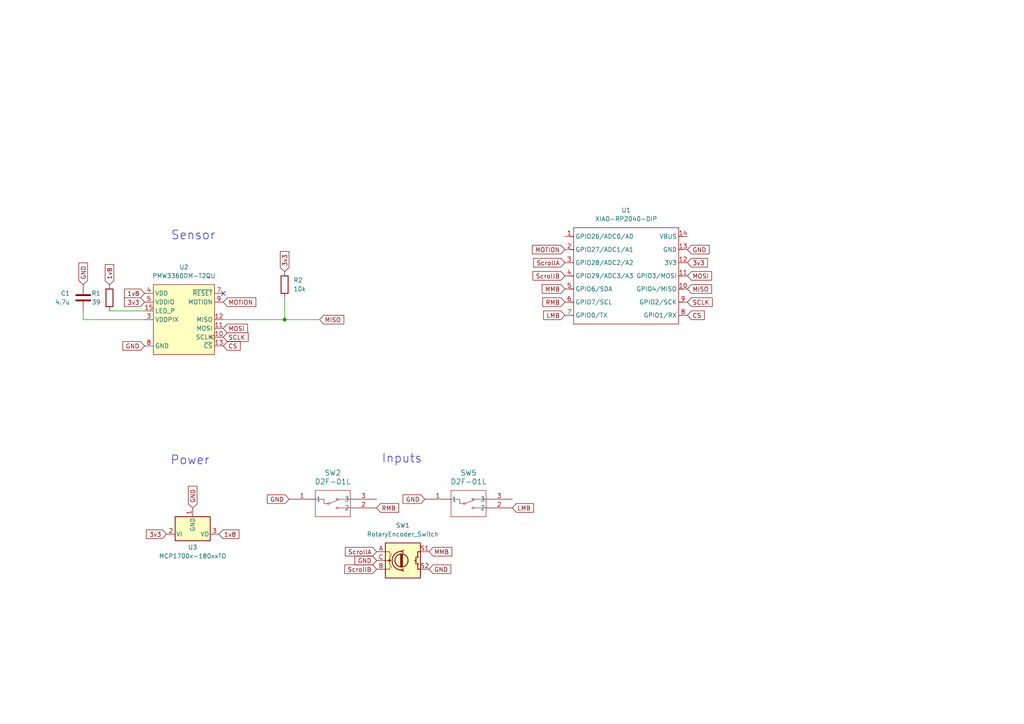
<source format=kicad_sch>
(kicad_sch
	(version 20231120)
	(generator "eeschema")
	(generator_version "8.0")
	(uuid "ea72baeb-72c6-479c-bdb6-2ac48fd0a579")
	(paper "A4")
	(lib_symbols
		(symbol "2025-03-01_06-50-03:D2F-01L"
			(pin_names
				(offset 0.254)
			)
			(exclude_from_sim no)
			(in_bom yes)
			(on_board yes)
			(property "Reference" "SW"
				(at 12.7 7.62 0)
				(effects
					(font
						(size 1.524 1.524)
					)
				)
			)
			(property "Value" "D2F-01L"
				(at 12.7 5.08 0)
				(effects
					(font
						(size 1.524 1.524)
					)
				)
			)
			(property "Footprint" "D2F-01L_OMR"
				(at 0 0 0)
				(effects
					(font
						(size 1.27 1.27)
						(italic yes)
					)
					(hide yes)
				)
			)
			(property "Datasheet" "D2F-01L"
				(at 0 0 0)
				(effects
					(font
						(size 1.27 1.27)
						(italic yes)
					)
					(hide yes)
				)
			)
			(property "Description" ""
				(at 0 0 0)
				(effects
					(font
						(size 1.27 1.27)
					)
					(hide yes)
				)
			)
			(property "ki_locked" ""
				(at 0 0 0)
				(effects
					(font
						(size 1.27 1.27)
					)
				)
			)
			(property "ki_keywords" "D2F-01L"
				(at 0 0 0)
				(effects
					(font
						(size 1.27 1.27)
					)
					(hide yes)
				)
			)
			(property "ki_fp_filters" "D2F-01L_OMR"
				(at 0 0 0)
				(effects
					(font
						(size 1.27 1.27)
					)
					(hide yes)
				)
			)
			(symbol "D2F-01L_0_1"
				(polyline
					(pts
						(xy 7.62 -5.08) (xy 17.78 -5.08)
					)
					(stroke
						(width 0.127)
						(type default)
					)
					(fill
						(type none)
					)
				)
				(polyline
					(pts
						(xy 7.62 0) (xy 10.16 0)
					)
					(stroke
						(width 0.127)
						(type default)
					)
					(fill
						(type none)
					)
				)
				(polyline
					(pts
						(xy 7.62 2.54) (xy 7.62 -5.08)
					)
					(stroke
						(width 0.127)
						(type default)
					)
					(fill
						(type none)
					)
				)
				(polyline
					(pts
						(xy 10.16 0) (xy 10.16 -1.27)
					)
					(stroke
						(width 0.127)
						(type default)
					)
					(fill
						(type none)
					)
				)
				(polyline
					(pts
						(xy 11.176 -1.27) (xy 10.16 -1.27)
					)
					(stroke
						(width 0.127)
						(type default)
					)
					(fill
						(type none)
					)
				)
				(polyline
					(pts
						(xy 11.684 -1.27) (xy 14.224 -0.254)
					)
					(stroke
						(width 0.127)
						(type default)
					)
					(fill
						(type none)
					)
				)
				(polyline
					(pts
						(xy 17.78 -5.08) (xy 17.78 2.54)
					)
					(stroke
						(width 0.127)
						(type default)
					)
					(fill
						(type none)
					)
				)
				(polyline
					(pts
						(xy 17.78 -2.54) (xy 14.224 -2.54)
					)
					(stroke
						(width 0.127)
						(type default)
					)
					(fill
						(type none)
					)
				)
				(polyline
					(pts
						(xy 17.78 0) (xy 14.224 0)
					)
					(stroke
						(width 0.127)
						(type default)
					)
					(fill
						(type none)
					)
				)
				(polyline
					(pts
						(xy 17.78 2.54) (xy 7.62 2.54)
					)
					(stroke
						(width 0.127)
						(type default)
					)
					(fill
						(type none)
					)
				)
				(circle
					(center 11.43 -1.27)
					(radius 0.254)
					(stroke
						(width 0.127)
						(type default)
					)
					(fill
						(type none)
					)
				)
				(circle
					(center 13.97 -2.54)
					(radius 0.254)
					(stroke
						(width 0.127)
						(type default)
					)
					(fill
						(type none)
					)
				)
				(circle
					(center 13.97 0)
					(radius 0.254)
					(stroke
						(width 0.127)
						(type default)
					)
					(fill
						(type none)
					)
				)
				(pin unspecified line
					(at 0 0 0)
					(length 7.62)
					(name "1"
						(effects
							(font
								(size 1.27 1.27)
							)
						)
					)
					(number "1"
						(effects
							(font
								(size 1.27 1.27)
							)
						)
					)
				)
				(pin unspecified line
					(at 25.4 -2.54 180)
					(length 7.62)
					(name "2"
						(effects
							(font
								(size 1.27 1.27)
							)
						)
					)
					(number "2"
						(effects
							(font
								(size 1.27 1.27)
							)
						)
					)
				)
				(pin unspecified line
					(at 25.4 0 180)
					(length 7.62)
					(name "3"
						(effects
							(font
								(size 1.27 1.27)
							)
						)
					)
					(number "3"
						(effects
							(font
								(size 1.27 1.27)
							)
						)
					)
				)
			)
		)
		(symbol "Device:C"
			(pin_numbers hide)
			(pin_names
				(offset 0.254)
			)
			(exclude_from_sim no)
			(in_bom yes)
			(on_board yes)
			(property "Reference" "C"
				(at 0.635 2.54 0)
				(effects
					(font
						(size 1.27 1.27)
					)
					(justify left)
				)
			)
			(property "Value" "C"
				(at 0.635 -2.54 0)
				(effects
					(font
						(size 1.27 1.27)
					)
					(justify left)
				)
			)
			(property "Footprint" ""
				(at 0.9652 -3.81 0)
				(effects
					(font
						(size 1.27 1.27)
					)
					(hide yes)
				)
			)
			(property "Datasheet" "~"
				(at 0 0 0)
				(effects
					(font
						(size 1.27 1.27)
					)
					(hide yes)
				)
			)
			(property "Description" "Unpolarized capacitor"
				(at 0 0 0)
				(effects
					(font
						(size 1.27 1.27)
					)
					(hide yes)
				)
			)
			(property "ki_keywords" "cap capacitor"
				(at 0 0 0)
				(effects
					(font
						(size 1.27 1.27)
					)
					(hide yes)
				)
			)
			(property "ki_fp_filters" "C_*"
				(at 0 0 0)
				(effects
					(font
						(size 1.27 1.27)
					)
					(hide yes)
				)
			)
			(symbol "C_0_1"
				(polyline
					(pts
						(xy -2.032 -0.762) (xy 2.032 -0.762)
					)
					(stroke
						(width 0.508)
						(type default)
					)
					(fill
						(type none)
					)
				)
				(polyline
					(pts
						(xy -2.032 0.762) (xy 2.032 0.762)
					)
					(stroke
						(width 0.508)
						(type default)
					)
					(fill
						(type none)
					)
				)
			)
			(symbol "C_1_1"
				(pin passive line
					(at 0 3.81 270)
					(length 2.794)
					(name "~"
						(effects
							(font
								(size 1.27 1.27)
							)
						)
					)
					(number "1"
						(effects
							(font
								(size 1.27 1.27)
							)
						)
					)
				)
				(pin passive line
					(at 0 -3.81 90)
					(length 2.794)
					(name "~"
						(effects
							(font
								(size 1.27 1.27)
							)
						)
					)
					(number "2"
						(effects
							(font
								(size 1.27 1.27)
							)
						)
					)
				)
			)
		)
		(symbol "Device:R"
			(pin_numbers hide)
			(pin_names
				(offset 0)
			)
			(exclude_from_sim no)
			(in_bom yes)
			(on_board yes)
			(property "Reference" "R"
				(at 2.032 0 90)
				(effects
					(font
						(size 1.27 1.27)
					)
				)
			)
			(property "Value" "R"
				(at 0 0 90)
				(effects
					(font
						(size 1.27 1.27)
					)
				)
			)
			(property "Footprint" ""
				(at -1.778 0 90)
				(effects
					(font
						(size 1.27 1.27)
					)
					(hide yes)
				)
			)
			(property "Datasheet" "~"
				(at 0 0 0)
				(effects
					(font
						(size 1.27 1.27)
					)
					(hide yes)
				)
			)
			(property "Description" "Resistor"
				(at 0 0 0)
				(effects
					(font
						(size 1.27 1.27)
					)
					(hide yes)
				)
			)
			(property "ki_keywords" "R res resistor"
				(at 0 0 0)
				(effects
					(font
						(size 1.27 1.27)
					)
					(hide yes)
				)
			)
			(property "ki_fp_filters" "R_*"
				(at 0 0 0)
				(effects
					(font
						(size 1.27 1.27)
					)
					(hide yes)
				)
			)
			(symbol "R_0_1"
				(rectangle
					(start -1.016 -2.54)
					(end 1.016 2.54)
					(stroke
						(width 0.254)
						(type default)
					)
					(fill
						(type none)
					)
				)
			)
			(symbol "R_1_1"
				(pin passive line
					(at 0 3.81 270)
					(length 1.27)
					(name "~"
						(effects
							(font
								(size 1.27 1.27)
							)
						)
					)
					(number "1"
						(effects
							(font
								(size 1.27 1.27)
							)
						)
					)
				)
				(pin passive line
					(at 0 -3.81 90)
					(length 1.27)
					(name "~"
						(effects
							(font
								(size 1.27 1.27)
							)
						)
					)
					(number "2"
						(effects
							(font
								(size 1.27 1.27)
							)
						)
					)
				)
			)
		)
		(symbol "Device:RotaryEncoder_Switch"
			(pin_names
				(offset 0.254) hide)
			(exclude_from_sim no)
			(in_bom yes)
			(on_board yes)
			(property "Reference" "SW"
				(at 0 6.604 0)
				(effects
					(font
						(size 1.27 1.27)
					)
				)
			)
			(property "Value" "RotaryEncoder_Switch"
				(at 0 -6.604 0)
				(effects
					(font
						(size 1.27 1.27)
					)
				)
			)
			(property "Footprint" ""
				(at -3.81 4.064 0)
				(effects
					(font
						(size 1.27 1.27)
					)
					(hide yes)
				)
			)
			(property "Datasheet" "~"
				(at 0 6.604 0)
				(effects
					(font
						(size 1.27 1.27)
					)
					(hide yes)
				)
			)
			(property "Description" "Rotary encoder, dual channel, incremental quadrate outputs, with switch"
				(at 0 0 0)
				(effects
					(font
						(size 1.27 1.27)
					)
					(hide yes)
				)
			)
			(property "ki_keywords" "rotary switch encoder switch push button"
				(at 0 0 0)
				(effects
					(font
						(size 1.27 1.27)
					)
					(hide yes)
				)
			)
			(property "ki_fp_filters" "RotaryEncoder*Switch*"
				(at 0 0 0)
				(effects
					(font
						(size 1.27 1.27)
					)
					(hide yes)
				)
			)
			(symbol "RotaryEncoder_Switch_0_1"
				(rectangle
					(start -5.08 5.08)
					(end 5.08 -5.08)
					(stroke
						(width 0.254)
						(type default)
					)
					(fill
						(type background)
					)
				)
				(circle
					(center -3.81 0)
					(radius 0.254)
					(stroke
						(width 0)
						(type default)
					)
					(fill
						(type outline)
					)
				)
				(circle
					(center -0.381 0)
					(radius 1.905)
					(stroke
						(width 0.254)
						(type default)
					)
					(fill
						(type none)
					)
				)
				(arc
					(start -0.381 2.667)
					(mid -3.0988 -0.0635)
					(end -0.381 -2.794)
					(stroke
						(width 0.254)
						(type default)
					)
					(fill
						(type none)
					)
				)
				(polyline
					(pts
						(xy -0.635 -1.778) (xy -0.635 1.778)
					)
					(stroke
						(width 0.254)
						(type default)
					)
					(fill
						(type none)
					)
				)
				(polyline
					(pts
						(xy -0.381 -1.778) (xy -0.381 1.778)
					)
					(stroke
						(width 0.254)
						(type default)
					)
					(fill
						(type none)
					)
				)
				(polyline
					(pts
						(xy -0.127 1.778) (xy -0.127 -1.778)
					)
					(stroke
						(width 0.254)
						(type default)
					)
					(fill
						(type none)
					)
				)
				(polyline
					(pts
						(xy 3.81 0) (xy 3.429 0)
					)
					(stroke
						(width 0.254)
						(type default)
					)
					(fill
						(type none)
					)
				)
				(polyline
					(pts
						(xy 3.81 1.016) (xy 3.81 -1.016)
					)
					(stroke
						(width 0.254)
						(type default)
					)
					(fill
						(type none)
					)
				)
				(polyline
					(pts
						(xy -5.08 -2.54) (xy -3.81 -2.54) (xy -3.81 -2.032)
					)
					(stroke
						(width 0)
						(type default)
					)
					(fill
						(type none)
					)
				)
				(polyline
					(pts
						(xy -5.08 2.54) (xy -3.81 2.54) (xy -3.81 2.032)
					)
					(stroke
						(width 0)
						(type default)
					)
					(fill
						(type none)
					)
				)
				(polyline
					(pts
						(xy 0.254 -3.048) (xy -0.508 -2.794) (xy 0.127 -2.413)
					)
					(stroke
						(width 0.254)
						(type default)
					)
					(fill
						(type none)
					)
				)
				(polyline
					(pts
						(xy 0.254 2.921) (xy -0.508 2.667) (xy 0.127 2.286)
					)
					(stroke
						(width 0.254)
						(type default)
					)
					(fill
						(type none)
					)
				)
				(polyline
					(pts
						(xy 5.08 -2.54) (xy 4.318 -2.54) (xy 4.318 -1.016)
					)
					(stroke
						(width 0.254)
						(type default)
					)
					(fill
						(type none)
					)
				)
				(polyline
					(pts
						(xy 5.08 2.54) (xy 4.318 2.54) (xy 4.318 1.016)
					)
					(stroke
						(width 0.254)
						(type default)
					)
					(fill
						(type none)
					)
				)
				(polyline
					(pts
						(xy -5.08 0) (xy -3.81 0) (xy -3.81 -1.016) (xy -3.302 -2.032)
					)
					(stroke
						(width 0)
						(type default)
					)
					(fill
						(type none)
					)
				)
				(polyline
					(pts
						(xy -4.318 0) (xy -3.81 0) (xy -3.81 1.016) (xy -3.302 2.032)
					)
					(stroke
						(width 0)
						(type default)
					)
					(fill
						(type none)
					)
				)
				(circle
					(center 4.318 -1.016)
					(radius 0.127)
					(stroke
						(width 0.254)
						(type default)
					)
					(fill
						(type none)
					)
				)
				(circle
					(center 4.318 1.016)
					(radius 0.127)
					(stroke
						(width 0.254)
						(type default)
					)
					(fill
						(type none)
					)
				)
			)
			(symbol "RotaryEncoder_Switch_1_1"
				(pin passive line
					(at -7.62 2.54 0)
					(length 2.54)
					(name "A"
						(effects
							(font
								(size 1.27 1.27)
							)
						)
					)
					(number "A"
						(effects
							(font
								(size 1.27 1.27)
							)
						)
					)
				)
				(pin passive line
					(at -7.62 -2.54 0)
					(length 2.54)
					(name "B"
						(effects
							(font
								(size 1.27 1.27)
							)
						)
					)
					(number "B"
						(effects
							(font
								(size 1.27 1.27)
							)
						)
					)
				)
				(pin passive line
					(at -7.62 0 0)
					(length 2.54)
					(name "C"
						(effects
							(font
								(size 1.27 1.27)
							)
						)
					)
					(number "C"
						(effects
							(font
								(size 1.27 1.27)
							)
						)
					)
				)
				(pin passive line
					(at 7.62 2.54 180)
					(length 2.54)
					(name "S1"
						(effects
							(font
								(size 1.27 1.27)
							)
						)
					)
					(number "S1"
						(effects
							(font
								(size 1.27 1.27)
							)
						)
					)
				)
				(pin passive line
					(at 7.62 -2.54 180)
					(length 2.54)
					(name "S2"
						(effects
							(font
								(size 1.27 1.27)
							)
						)
					)
					(number "S2"
						(effects
							(font
								(size 1.27 1.27)
							)
						)
					)
				)
			)
		)
		(symbol "Regulator_Linear:MCP1700x-180xxTO"
			(pin_names
				(offset 0.254)
			)
			(exclude_from_sim no)
			(in_bom yes)
			(on_board yes)
			(property "Reference" "U"
				(at -3.81 -3.175 0)
				(effects
					(font
						(size 1.27 1.27)
					)
				)
			)
			(property "Value" "MCP1700x-180xxTO"
				(at 0 -3.175 0)
				(effects
					(font
						(size 1.27 1.27)
					)
					(justify left)
				)
			)
			(property "Footprint" "Package_TO_SOT_THT:TO-92_Inline"
				(at 0 -5.08 0)
				(effects
					(font
						(size 1.27 1.27)
						(italic yes)
					)
					(hide yes)
				)
			)
			(property "Datasheet" "http://ww1.microchip.com/downloads/en/DeviceDoc/20001826D.pdf"
				(at 0 0 0)
				(effects
					(font
						(size 1.27 1.27)
					)
					(hide yes)
				)
			)
			(property "Description" "250mA Low Quiscent Current LDO, 1.8V output, TO-92"
				(at 0 0 0)
				(effects
					(font
						(size 1.27 1.27)
					)
					(hide yes)
				)
			)
			(property "ki_keywords" "regulator linear ldo"
				(at 0 0 0)
				(effects
					(font
						(size 1.27 1.27)
					)
					(hide yes)
				)
			)
			(property "ki_fp_filters" "TO?92*"
				(at 0 0 0)
				(effects
					(font
						(size 1.27 1.27)
					)
					(hide yes)
				)
			)
			(symbol "MCP1700x-180xxTO_0_1"
				(rectangle
					(start -5.08 5.08)
					(end 5.08 -1.905)
					(stroke
						(width 0.254)
						(type default)
					)
					(fill
						(type background)
					)
				)
			)
			(symbol "MCP1700x-180xxTO_1_1"
				(pin power_in line
					(at 0 7.62 270)
					(length 2.54)
					(name "GND"
						(effects
							(font
								(size 1.27 1.27)
							)
						)
					)
					(number "1"
						(effects
							(font
								(size 1.27 1.27)
							)
						)
					)
				)
				(pin power_in line
					(at -7.62 0 0)
					(length 2.54)
					(name "VI"
						(effects
							(font
								(size 1.27 1.27)
							)
						)
					)
					(number "2"
						(effects
							(font
								(size 1.27 1.27)
							)
						)
					)
				)
				(pin power_out line
					(at 7.62 0 180)
					(length 2.54)
					(name "VO"
						(effects
							(font
								(size 1.27 1.27)
							)
						)
					)
					(number "3"
						(effects
							(font
								(size 1.27 1.27)
							)
						)
					)
				)
			)
		)
		(symbol "Seeed_Studio_XIAO_Series:XIAO-RP2040-DIP"
			(exclude_from_sim no)
			(in_bom yes)
			(on_board yes)
			(property "Reference" "U"
				(at 0 0 0)
				(effects
					(font
						(size 1.27 1.27)
					)
				)
			)
			(property "Value" "XIAO-RP2040-DIP"
				(at 5.334 -1.778 0)
				(effects
					(font
						(size 1.27 1.27)
					)
				)
			)
			(property "Footprint" "Module:MOUDLE14P-XIAO-DIP-SMD"
				(at 14.478 -32.258 0)
				(effects
					(font
						(size 1.27 1.27)
					)
					(hide yes)
				)
			)
			(property "Datasheet" ""
				(at 0 0 0)
				(effects
					(font
						(size 1.27 1.27)
					)
					(hide yes)
				)
			)
			(property "Description" ""
				(at 0 0 0)
				(effects
					(font
						(size 1.27 1.27)
					)
					(hide yes)
				)
			)
			(symbol "XIAO-RP2040-DIP_1_0"
				(polyline
					(pts
						(xy -1.27 -30.48) (xy -1.27 -16.51)
					)
					(stroke
						(width 0.1524)
						(type solid)
					)
					(fill
						(type none)
					)
				)
				(polyline
					(pts
						(xy -1.27 -27.94) (xy -2.54 -27.94)
					)
					(stroke
						(width 0.1524)
						(type solid)
					)
					(fill
						(type none)
					)
				)
				(polyline
					(pts
						(xy -1.27 -24.13) (xy -2.54 -24.13)
					)
					(stroke
						(width 0.1524)
						(type solid)
					)
					(fill
						(type none)
					)
				)
				(polyline
					(pts
						(xy -1.27 -20.32) (xy -2.54 -20.32)
					)
					(stroke
						(width 0.1524)
						(type solid)
					)
					(fill
						(type none)
					)
				)
				(polyline
					(pts
						(xy -1.27 -16.51) (xy -2.54 -16.51)
					)
					(stroke
						(width 0.1524)
						(type solid)
					)
					(fill
						(type none)
					)
				)
				(polyline
					(pts
						(xy -1.27 -16.51) (xy -1.27 -12.7)
					)
					(stroke
						(width 0.1524)
						(type solid)
					)
					(fill
						(type none)
					)
				)
				(polyline
					(pts
						(xy -1.27 -12.7) (xy -2.54 -12.7)
					)
					(stroke
						(width 0.1524)
						(type solid)
					)
					(fill
						(type none)
					)
				)
				(polyline
					(pts
						(xy -1.27 -12.7) (xy -1.27 -8.89)
					)
					(stroke
						(width 0.1524)
						(type solid)
					)
					(fill
						(type none)
					)
				)
				(polyline
					(pts
						(xy -1.27 -8.89) (xy -2.54 -8.89)
					)
					(stroke
						(width 0.1524)
						(type solid)
					)
					(fill
						(type none)
					)
				)
				(polyline
					(pts
						(xy -1.27 -8.89) (xy -1.27 -5.08)
					)
					(stroke
						(width 0.1524)
						(type solid)
					)
					(fill
						(type none)
					)
				)
				(polyline
					(pts
						(xy -1.27 -5.08) (xy -2.54 -5.08)
					)
					(stroke
						(width 0.1524)
						(type solid)
					)
					(fill
						(type none)
					)
				)
				(polyline
					(pts
						(xy -1.27 -5.08) (xy -1.27 -2.54)
					)
					(stroke
						(width 0.1524)
						(type solid)
					)
					(fill
						(type none)
					)
				)
				(polyline
					(pts
						(xy -1.27 -2.54) (xy 29.21 -2.54)
					)
					(stroke
						(width 0.1524)
						(type solid)
					)
					(fill
						(type none)
					)
				)
				(polyline
					(pts
						(xy 29.21 -30.48) (xy -1.27 -30.48)
					)
					(stroke
						(width 0.1524)
						(type solid)
					)
					(fill
						(type none)
					)
				)
				(polyline
					(pts
						(xy 29.21 -12.7) (xy 29.21 -30.48)
					)
					(stroke
						(width 0.1524)
						(type solid)
					)
					(fill
						(type none)
					)
				)
				(polyline
					(pts
						(xy 29.21 -8.89) (xy 29.21 -12.7)
					)
					(stroke
						(width 0.1524)
						(type solid)
					)
					(fill
						(type none)
					)
				)
				(polyline
					(pts
						(xy 29.21 -5.08) (xy 29.21 -8.89)
					)
					(stroke
						(width 0.1524)
						(type solid)
					)
					(fill
						(type none)
					)
				)
				(polyline
					(pts
						(xy 29.21 -2.54) (xy 29.21 -5.08)
					)
					(stroke
						(width 0.1524)
						(type solid)
					)
					(fill
						(type none)
					)
				)
				(polyline
					(pts
						(xy 30.48 -27.94) (xy 29.21 -27.94)
					)
					(stroke
						(width 0.1524)
						(type solid)
					)
					(fill
						(type none)
					)
				)
				(polyline
					(pts
						(xy 30.48 -24.13) (xy 29.21 -24.13)
					)
					(stroke
						(width 0.1524)
						(type solid)
					)
					(fill
						(type none)
					)
				)
				(polyline
					(pts
						(xy 30.48 -20.32) (xy 29.21 -20.32)
					)
					(stroke
						(width 0.1524)
						(type solid)
					)
					(fill
						(type none)
					)
				)
				(polyline
					(pts
						(xy 30.48 -16.51) (xy 29.21 -16.51)
					)
					(stroke
						(width 0.1524)
						(type solid)
					)
					(fill
						(type none)
					)
				)
				(polyline
					(pts
						(xy 30.48 -12.7) (xy 29.21 -12.7)
					)
					(stroke
						(width 0.1524)
						(type solid)
					)
					(fill
						(type none)
					)
				)
				(polyline
					(pts
						(xy 30.48 -8.89) (xy 29.21 -8.89)
					)
					(stroke
						(width 0.1524)
						(type solid)
					)
					(fill
						(type none)
					)
				)
				(polyline
					(pts
						(xy 30.48 -5.08) (xy 29.21 -5.08)
					)
					(stroke
						(width 0.1524)
						(type solid)
					)
					(fill
						(type none)
					)
				)
				(pin passive line
					(at -3.81 -5.08 0)
					(length 2.54)
					(name "GPIO26/ADC0/A0"
						(effects
							(font
								(size 1.27 1.27)
							)
						)
					)
					(number "1"
						(effects
							(font
								(size 1.27 1.27)
							)
						)
					)
				)
				(pin passive line
					(at 31.75 -20.32 180)
					(length 2.54)
					(name "GPIO4/MISO"
						(effects
							(font
								(size 1.27 1.27)
							)
						)
					)
					(number "10"
						(effects
							(font
								(size 1.27 1.27)
							)
						)
					)
				)
				(pin passive line
					(at 31.75 -16.51 180)
					(length 2.54)
					(name "GPIO3/MOSI"
						(effects
							(font
								(size 1.27 1.27)
							)
						)
					)
					(number "11"
						(effects
							(font
								(size 1.27 1.27)
							)
						)
					)
				)
				(pin passive line
					(at 31.75 -12.7 180)
					(length 2.54)
					(name "3V3"
						(effects
							(font
								(size 1.27 1.27)
							)
						)
					)
					(number "12"
						(effects
							(font
								(size 1.27 1.27)
							)
						)
					)
				)
				(pin passive line
					(at 31.75 -8.89 180)
					(length 2.54)
					(name "GND"
						(effects
							(font
								(size 1.27 1.27)
							)
						)
					)
					(number "13"
						(effects
							(font
								(size 1.27 1.27)
							)
						)
					)
				)
				(pin passive line
					(at 31.75 -5.08 180)
					(length 2.54)
					(name "VBUS"
						(effects
							(font
								(size 1.27 1.27)
							)
						)
					)
					(number "14"
						(effects
							(font
								(size 1.27 1.27)
							)
						)
					)
				)
				(pin passive line
					(at -3.81 -8.89 0)
					(length 2.54)
					(name "GPIO27/ADC1/A1"
						(effects
							(font
								(size 1.27 1.27)
							)
						)
					)
					(number "2"
						(effects
							(font
								(size 1.27 1.27)
							)
						)
					)
				)
				(pin passive line
					(at -3.81 -12.7 0)
					(length 2.54)
					(name "GPIO28/ADC2/A2"
						(effects
							(font
								(size 1.27 1.27)
							)
						)
					)
					(number "3"
						(effects
							(font
								(size 1.27 1.27)
							)
						)
					)
				)
				(pin passive line
					(at -3.81 -16.51 0)
					(length 2.54)
					(name "GPIO29/ADC3/A3"
						(effects
							(font
								(size 1.27 1.27)
							)
						)
					)
					(number "4"
						(effects
							(font
								(size 1.27 1.27)
							)
						)
					)
				)
				(pin passive line
					(at -3.81 -20.32 0)
					(length 2.54)
					(name "GPIO6/SDA"
						(effects
							(font
								(size 1.27 1.27)
							)
						)
					)
					(number "5"
						(effects
							(font
								(size 1.27 1.27)
							)
						)
					)
				)
				(pin passive line
					(at -3.81 -24.13 0)
					(length 2.54)
					(name "GPIO7/SCL"
						(effects
							(font
								(size 1.27 1.27)
							)
						)
					)
					(number "6"
						(effects
							(font
								(size 1.27 1.27)
							)
						)
					)
				)
				(pin passive line
					(at -3.81 -27.94 0)
					(length 2.54)
					(name "GPIO0/TX"
						(effects
							(font
								(size 1.27 1.27)
							)
						)
					)
					(number "7"
						(effects
							(font
								(size 1.27 1.27)
							)
						)
					)
				)
				(pin passive line
					(at 31.75 -27.94 180)
					(length 2.54)
					(name "GPIO1/RX"
						(effects
							(font
								(size 1.27 1.27)
							)
						)
					)
					(number "8"
						(effects
							(font
								(size 1.27 1.27)
							)
						)
					)
				)
				(pin passive line
					(at 31.75 -24.13 180)
					(length 2.54)
					(name "GPIO2/SCK"
						(effects
							(font
								(size 1.27 1.27)
							)
						)
					)
					(number "9"
						(effects
							(font
								(size 1.27 1.27)
							)
						)
					)
				)
			)
		)
		(symbol "pmw3360_pcb:PMW3360DM-T2QU"
			(exclude_from_sim no)
			(in_bom yes)
			(on_board yes)
			(property "Reference" "U?"
				(at -7.62 -13.97 0)
				(effects
					(font
						(size 1.27 1.27)
					)
				)
			)
			(property "Value" "PMW3360DM-T2QU"
				(at 0 -11.43 0)
				(effects
					(font
						(size 1.27 1.27)
					)
				)
			)
			(property "Footprint" "PMW3360_PCB:16pin‐DIP(PMW3360DM-T2QU)"
				(at -1.27 -17.78 0)
				(effects
					(font
						(size 1.27 1.27)
					)
					(hide yes)
				)
			)
			(property "Datasheet" "https://www.pixart.com/products-detail/tw/10/PMW3360DM-T2QU"
				(at -5.08 -20.32 0)
				(effects
					(font
						(size 1.27 1.27)
					)
					(hide yes)
				)
			)
			(property "Description" "Optical mouse sensor"
				(at 0 0 0)
				(effects
					(font
						(size 1.27 1.27)
					)
					(hide yes)
				)
			)
			(property "ki_keywords" "PMW3360"
				(at 0 0 0)
				(effects
					(font
						(size 1.27 1.27)
					)
					(hide yes)
				)
			)
			(symbol "PMW3360DM-T2QU_0_1"
				(rectangle
					(start -8.89 10.16)
					(end 8.89 -10.16)
					(stroke
						(width 0)
						(type default)
					)
					(fill
						(type background)
					)
				)
			)
			(symbol "PMW3360DM-T2QU_1_1"
				(pin no_connect line
					(at -2.54 13.97 180)
					(length 2.54) hide
					(name "NC"
						(effects
							(font
								(size 1.27 1.27)
							)
						)
					)
					(number "1"
						(effects
							(font
								(size 1.27 1.27)
							)
						)
					)
				)
				(pin input clock
					(at 11.43 -5.08 180)
					(length 2.54)
					(name "SCLK"
						(effects
							(font
								(size 1.27 1.27)
							)
						)
					)
					(number "10"
						(effects
							(font
								(size 1.27 1.27)
							)
						)
					)
				)
				(pin input line
					(at 11.43 -2.54 180)
					(length 2.54)
					(name "MOSI"
						(effects
							(font
								(size 1.27 1.27)
							)
						)
					)
					(number "11"
						(effects
							(font
								(size 1.27 1.27)
							)
						)
					)
				)
				(pin output line
					(at 11.43 0 180)
					(length 2.54)
					(name "MISO"
						(effects
							(font
								(size 1.27 1.27)
							)
						)
					)
					(number "12"
						(effects
							(font
								(size 1.27 1.27)
							)
						)
					)
				)
				(pin input line
					(at 11.43 -7.62 180)
					(length 2.54)
					(name "~{CS}"
						(effects
							(font
								(size 1.27 1.27)
							)
						)
					)
					(number "13"
						(effects
							(font
								(size 1.27 1.27)
							)
						)
					)
				)
				(pin no_connect inverted
					(at -2.54 19.05 180)
					(length 2.54) hide
					(name "NC"
						(effects
							(font
								(size 1.27 1.27)
							)
						)
					)
					(number "14"
						(effects
							(font
								(size 1.27 1.27)
							)
						)
					)
				)
				(pin power_in line
					(at -11.43 2.54 0)
					(length 2.54)
					(name "LED_P"
						(effects
							(font
								(size 1.27 1.27)
							)
						)
					)
					(number "15"
						(effects
							(font
								(size 1.27 1.27)
							)
						)
					)
				)
				(pin no_connect line
					(at -2.54 21.59 180)
					(length 2.54) hide
					(name "NC"
						(effects
							(font
								(size 1.27 1.27)
							)
						)
					)
					(number "16"
						(effects
							(font
								(size 1.27 1.27)
							)
						)
					)
				)
				(pin no_connect line
					(at -2.54 16.51 180)
					(length 2.54) hide
					(name "NC"
						(effects
							(font
								(size 1.27 1.27)
							)
						)
					)
					(number "2"
						(effects
							(font
								(size 1.27 1.27)
							)
						)
					)
				)
				(pin power_out line
					(at -11.43 0 0)
					(length 2.54)
					(name "VDDPIX"
						(effects
							(font
								(size 1.27 1.27)
							)
						)
					)
					(number "3"
						(effects
							(font
								(size 1.27 1.27)
							)
						)
					)
				)
				(pin power_in line
					(at -11.43 7.62 0)
					(length 2.54)
					(name "VDD"
						(effects
							(font
								(size 1.27 1.27)
							)
						)
					)
					(number "4"
						(effects
							(font
								(size 1.27 1.27)
							)
						)
					)
				)
				(pin power_in line
					(at -11.43 5.08 0)
					(length 2.54)
					(name "VDDIO"
						(effects
							(font
								(size 1.27 1.27)
							)
						)
					)
					(number "5"
						(effects
							(font
								(size 1.27 1.27)
							)
						)
					)
				)
				(pin no_connect line
					(at -2.54 11.43 180)
					(length 2.54) hide
					(name "NC"
						(effects
							(font
								(size 1.27 1.27)
							)
						)
					)
					(number "6"
						(effects
							(font
								(size 1.27 1.27)
							)
						)
					)
				)
				(pin input line
					(at 11.43 7.62 180)
					(length 2.54)
					(name "~{RESET}"
						(effects
							(font
								(size 1.27 1.27)
							)
						)
					)
					(number "7"
						(effects
							(font
								(size 1.27 1.27)
							)
						)
					)
				)
				(pin power_in line
					(at -11.43 -7.62 0)
					(length 2.54)
					(name "GND"
						(effects
							(font
								(size 1.27 1.27)
							)
						)
					)
					(number "8"
						(effects
							(font
								(size 1.27 1.27)
							)
						)
					)
				)
				(pin output line
					(at 11.43 5.08 180)
					(length 2.54)
					(name "MOTION"
						(effects
							(font
								(size 1.27 1.27)
							)
						)
					)
					(number "9"
						(effects
							(font
								(size 1.27 1.27)
							)
						)
					)
				)
			)
		)
	)
	(junction
		(at 82.55 92.71)
		(diameter 0)
		(color 0 0 0 0)
		(uuid "e3817f14-cb16-4b3a-ae81-db80d29c432e")
	)
	(no_connect
		(at 64.77 85.09)
		(uuid "ca668851-9c14-4159-ae17-a36a0d864ddb")
	)
	(wire
		(pts
			(xy 31.75 90.17) (xy 41.91 90.17)
		)
		(stroke
			(width 0)
			(type default)
		)
		(uuid "2a133e05-bef4-44e5-bf8e-708c0710afe5")
	)
	(wire
		(pts
			(xy 82.55 92.71) (xy 64.77 92.71)
		)
		(stroke
			(width 0)
			(type default)
		)
		(uuid "365b8ef5-190f-4aab-b513-0961735b4b42")
	)
	(wire
		(pts
			(xy 41.91 92.71) (xy 24.13 92.71)
		)
		(stroke
			(width 0)
			(type default)
		)
		(uuid "5effa461-df5b-4b78-af00-728b76d5f5f4")
	)
	(wire
		(pts
			(xy 24.13 90.17) (xy 24.13 92.71)
		)
		(stroke
			(width 0)
			(type default)
		)
		(uuid "67f25926-a432-4386-9e17-d72dbb54f90e")
	)
	(wire
		(pts
			(xy 92.71 92.71) (xy 82.55 92.71)
		)
		(stroke
			(width 0)
			(type default)
		)
		(uuid "ad088f05-528c-4b8c-8220-bd4a813ca860")
	)
	(wire
		(pts
			(xy 82.55 86.36) (xy 82.55 92.71)
		)
		(stroke
			(width 0)
			(type default)
		)
		(uuid "d72ec153-b01f-4540-8891-ff057c2c3707")
	)
	(text "Inputs"
		(exclude_from_sim no)
		(at 116.586 133.096 0)
		(effects
			(font
				(size 2.54 2.54)
			)
		)
		(uuid "10a30264-6470-46c6-af5f-8165f821c3bd")
	)
	(text "Sensor"
		(exclude_from_sim no)
		(at 49.53 69.85 0)
		(effects
			(font
				(size 2.54 2.54)
			)
			(justify left bottom)
		)
		(uuid "26d29b99-5989-41af-ad6f-14424a412dbd")
	)
	(text "Power\n"
		(exclude_from_sim no)
		(at 55.118 133.604 0)
		(effects
			(font
				(size 2.54 2.54)
			)
		)
		(uuid "d2a6dcaa-8594-4646-bec6-80f697f498b3")
	)
	(global_label "GND"
		(shape input)
		(at 83.82 144.78 180)
		(fields_autoplaced yes)
		(effects
			(font
				(size 1.27 1.27)
			)
			(justify right)
		)
		(uuid "00117c21-a8bb-4f7c-8a28-51741c652ff4")
		(property "Intersheetrefs" "${INTERSHEET_REFS}"
			(at 76.9643 144.78 0)
			(effects
				(font
					(size 1.27 1.27)
				)
				(justify right)
				(hide yes)
			)
		)
	)
	(global_label "LMB"
		(shape input)
		(at 163.83 91.44 180)
		(fields_autoplaced yes)
		(effects
			(font
				(size 1.27 1.27)
			)
			(justify right)
		)
		(uuid "1458e86a-40c1-42cd-bb24-0fa3fe3b0f27")
		(property "Intersheetrefs" "${INTERSHEET_REFS}"
			(at 157.0953 91.44 0)
			(effects
				(font
					(size 1.27 1.27)
				)
				(justify right)
				(hide yes)
			)
		)
	)
	(global_label "GND"
		(shape input)
		(at 55.88 147.32 90)
		(fields_autoplaced yes)
		(effects
			(font
				(size 1.27 1.27)
			)
			(justify left)
		)
		(uuid "15e916e7-b3fc-478e-b235-6e91a88ddfb6")
		(property "Intersheetrefs" "${INTERSHEET_REFS}"
			(at 55.88 140.4643 90)
			(effects
				(font
					(size 1.27 1.27)
				)
				(justify left)
				(hide yes)
			)
		)
	)
	(global_label "RMB"
		(shape input)
		(at 109.22 147.32 0)
		(fields_autoplaced yes)
		(effects
			(font
				(size 1.27 1.27)
			)
			(justify left)
		)
		(uuid "236dbdeb-63df-4a90-a7e5-09e4c9cf71b3")
		(property "Intersheetrefs" "${INTERSHEET_REFS}"
			(at 116.1966 147.32 0)
			(effects
				(font
					(size 1.27 1.27)
				)
				(justify left)
				(hide yes)
			)
		)
	)
	(global_label "MISO"
		(shape input)
		(at 199.39 83.82 0)
		(fields_autoplaced yes)
		(effects
			(font
				(size 1.27 1.27)
			)
			(justify left)
		)
		(uuid "2a07cc65-cf61-4f01-9fb1-a958f647ffa1")
		(property "Intersheetrefs" "${INTERSHEET_REFS}"
			(at 206.9714 83.82 0)
			(effects
				(font
					(size 1.27 1.27)
				)
				(justify left)
				(hide yes)
			)
		)
	)
	(global_label "MMB"
		(shape input)
		(at 163.83 83.82 180)
		(fields_autoplaced yes)
		(effects
			(font
				(size 1.27 1.27)
			)
			(justify right)
		)
		(uuid "2e8bbf41-56f0-414b-8b29-59d5b00f2bcd")
		(property "Intersheetrefs" "${INTERSHEET_REFS}"
			(at 156.672 83.82 0)
			(effects
				(font
					(size 1.27 1.27)
				)
				(justify right)
				(hide yes)
			)
		)
	)
	(global_label "1v8"
		(shape input)
		(at 41.91 85.09 180)
		(fields_autoplaced yes)
		(effects
			(font
				(size 1.27 1.27)
			)
			(justify right)
		)
		(uuid "32868dff-7bdc-4b14-9652-557e8778d83b")
		(property "Intersheetrefs" "${INTERSHEET_REFS}"
			(at 35.5382 85.09 0)
			(effects
				(font
					(size 1.27 1.27)
				)
				(justify right)
				(hide yes)
			)
		)
	)
	(global_label "3v3"
		(shape input)
		(at 82.55 78.74 90)
		(fields_autoplaced yes)
		(effects
			(font
				(size 1.27 1.27)
			)
			(justify left)
		)
		(uuid "3b0b47b7-62c2-4ddd-8fc3-dc64eb6f12f1")
		(property "Intersheetrefs" "${INTERSHEET_REFS}"
			(at 82.55 72.3682 90)
			(effects
				(font
					(size 1.27 1.27)
				)
				(justify left)
				(hide yes)
			)
		)
	)
	(global_label "1v8"
		(shape input)
		(at 63.5 154.94 0)
		(fields_autoplaced yes)
		(effects
			(font
				(size 1.27 1.27)
			)
			(justify left)
		)
		(uuid "3b7fc8ab-c856-4778-b7ba-4ae1c39bee68")
		(property "Intersheetrefs" "${INTERSHEET_REFS}"
			(at 69.8718 154.94 0)
			(effects
				(font
					(size 1.27 1.27)
				)
				(justify left)
				(hide yes)
			)
		)
	)
	(global_label "GND"
		(shape input)
		(at 109.22 162.56 180)
		(fields_autoplaced yes)
		(effects
			(font
				(size 1.27 1.27)
			)
			(justify right)
		)
		(uuid "3cd23c22-662f-4c4f-89fe-2d7560a5e1c0")
		(property "Intersheetrefs" "${INTERSHEET_REFS}"
			(at 102.3643 162.56 0)
			(effects
				(font
					(size 1.27 1.27)
				)
				(justify right)
				(hide yes)
			)
		)
	)
	(global_label "MISO"
		(shape input)
		(at 92.71 92.71 0)
		(fields_autoplaced yes)
		(effects
			(font
				(size 1.27 1.27)
			)
			(justify left)
		)
		(uuid "3d95f384-a102-4a68-93bf-0e30e0715aa2")
		(property "Intersheetrefs" "${INTERSHEET_REFS}"
			(at 100.2914 92.71 0)
			(effects
				(font
					(size 1.27 1.27)
				)
				(justify left)
				(hide yes)
			)
		)
	)
	(global_label "SCLK"
		(shape input)
		(at 199.39 87.63 0)
		(fields_autoplaced yes)
		(effects
			(font
				(size 1.27 1.27)
			)
			(justify left)
		)
		(uuid "5e84a4a8-9167-4d95-ae2f-b668c0203a5a")
		(property "Intersheetrefs" "${INTERSHEET_REFS}"
			(at 207.1528 87.63 0)
			(effects
				(font
					(size 1.27 1.27)
				)
				(justify left)
				(hide yes)
			)
		)
	)
	(global_label "3v3"
		(shape input)
		(at 199.39 76.2 0)
		(fields_autoplaced yes)
		(effects
			(font
				(size 1.27 1.27)
			)
			(justify left)
		)
		(uuid "6281dfda-9962-443a-bb16-3942970d0c2d")
		(property "Intersheetrefs" "${INTERSHEET_REFS}"
			(at 205.7618 76.2 0)
			(effects
				(font
					(size 1.27 1.27)
				)
				(justify left)
				(hide yes)
			)
		)
	)
	(global_label "3v3"
		(shape input)
		(at 48.26 154.94 180)
		(fields_autoplaced yes)
		(effects
			(font
				(size 1.27 1.27)
			)
			(justify right)
		)
		(uuid "628b9478-9c99-458c-842e-0c1baeef9653")
		(property "Intersheetrefs" "${INTERSHEET_REFS}"
			(at 41.8882 154.94 0)
			(effects
				(font
					(size 1.27 1.27)
				)
				(justify right)
				(hide yes)
			)
		)
	)
	(global_label "ScrollA"
		(shape input)
		(at 109.22 160.02 180)
		(fields_autoplaced yes)
		(effects
			(font
				(size 1.27 1.27)
			)
			(justify right)
		)
		(uuid "74c8517e-16dc-4442-b870-d1fa868dbab1")
		(property "Intersheetrefs" "${INTERSHEET_REFS}"
			(at 99.5825 160.02 0)
			(effects
				(font
					(size 1.27 1.27)
				)
				(justify right)
				(hide yes)
			)
		)
	)
	(global_label "MMB"
		(shape input)
		(at 124.46 160.02 0)
		(fields_autoplaced yes)
		(effects
			(font
				(size 1.27 1.27)
			)
			(justify left)
		)
		(uuid "761ac949-b235-4171-8e33-4144b55938f9")
		(property "Intersheetrefs" "${INTERSHEET_REFS}"
			(at 131.618 160.02 0)
			(effects
				(font
					(size 1.27 1.27)
				)
				(justify left)
				(hide yes)
			)
		)
	)
	(global_label "SCLK"
		(shape input)
		(at 64.77 97.79 0)
		(fields_autoplaced yes)
		(effects
			(font
				(size 1.27 1.27)
			)
			(justify left)
		)
		(uuid "7b953c1a-cccf-4df3-9229-f0cca4f3caa2")
		(property "Intersheetrefs" "${INTERSHEET_REFS}"
			(at 72.5328 97.79 0)
			(effects
				(font
					(size 1.27 1.27)
				)
				(justify left)
				(hide yes)
			)
		)
	)
	(global_label "MOTION"
		(shape input)
		(at 163.83 72.39 180)
		(fields_autoplaced yes)
		(effects
			(font
				(size 1.27 1.27)
			)
			(justify right)
		)
		(uuid "7d26dec0-d769-4a15-b66c-674cdf120efa")
		(property "Intersheetrefs" "${INTERSHEET_REFS}"
			(at 153.8295 72.39 0)
			(effects
				(font
					(size 1.27 1.27)
				)
				(justify right)
				(hide yes)
			)
		)
	)
	(global_label "LMB"
		(shape input)
		(at 148.59 147.32 0)
		(fields_autoplaced yes)
		(effects
			(font
				(size 1.27 1.27)
			)
			(justify left)
		)
		(uuid "82d1c7fb-d3a8-4305-ac87-a443117418b5")
		(property "Intersheetrefs" "${INTERSHEET_REFS}"
			(at 155.3247 147.32 0)
			(effects
				(font
					(size 1.27 1.27)
				)
				(justify left)
				(hide yes)
			)
		)
	)
	(global_label "MOSI"
		(shape input)
		(at 64.77 95.25 0)
		(fields_autoplaced yes)
		(effects
			(font
				(size 1.27 1.27)
			)
			(justify left)
		)
		(uuid "9489b893-0cf1-4b35-a3fc-e898829e5401")
		(property "Intersheetrefs" "${INTERSHEET_REFS}"
			(at 72.3514 95.25 0)
			(effects
				(font
					(size 1.27 1.27)
				)
				(justify left)
				(hide yes)
			)
		)
	)
	(global_label "ScrollB"
		(shape input)
		(at 163.83 80.01 180)
		(fields_autoplaced yes)
		(effects
			(font
				(size 1.27 1.27)
			)
			(justify right)
		)
		(uuid "99a25d6d-0713-427a-a820-a6f3a2ada48b")
		(property "Intersheetrefs" "${INTERSHEET_REFS}"
			(at 154.0111 80.01 0)
			(effects
				(font
					(size 1.27 1.27)
				)
				(justify right)
				(hide yes)
			)
		)
	)
	(global_label "MOTION"
		(shape input)
		(at 64.77 87.63 0)
		(fields_autoplaced yes)
		(effects
			(font
				(size 1.27 1.27)
			)
			(justify left)
		)
		(uuid "9d04c96f-a24c-4a8e-bfbc-56cc7f59c467")
		(property "Intersheetrefs" "${INTERSHEET_REFS}"
			(at 74.7705 87.63 0)
			(effects
				(font
					(size 1.27 1.27)
				)
				(justify left)
				(hide yes)
			)
		)
	)
	(global_label "GND"
		(shape input)
		(at 24.13 82.55 90)
		(fields_autoplaced yes)
		(effects
			(font
				(size 1.27 1.27)
			)
			(justify left)
		)
		(uuid "a1da1d00-1ff1-43a0-a57a-3cf7063e61a5")
		(property "Intersheetrefs" "${INTERSHEET_REFS}"
			(at 24.13 75.6943 90)
			(effects
				(font
					(size 1.27 1.27)
				)
				(justify left)
				(hide yes)
			)
		)
	)
	(global_label "ScrollB"
		(shape input)
		(at 109.22 165.1 180)
		(fields_autoplaced yes)
		(effects
			(font
				(size 1.27 1.27)
			)
			(justify right)
		)
		(uuid "b0c0a8ef-7766-4f25-98c0-75627d64a9af")
		(property "Intersheetrefs" "${INTERSHEET_REFS}"
			(at 99.4011 165.1 0)
			(effects
				(font
					(size 1.27 1.27)
				)
				(justify right)
				(hide yes)
			)
		)
	)
	(global_label "GND"
		(shape input)
		(at 123.19 144.78 180)
		(fields_autoplaced yes)
		(effects
			(font
				(size 1.27 1.27)
			)
			(justify right)
		)
		(uuid "c12e6d24-932e-4bdb-ac22-73a20b34b5af")
		(property "Intersheetrefs" "${INTERSHEET_REFS}"
			(at 116.3343 144.78 0)
			(effects
				(font
					(size 1.27 1.27)
				)
				(justify right)
				(hide yes)
			)
		)
	)
	(global_label "3v3"
		(shape input)
		(at 41.91 87.63 180)
		(fields_autoplaced yes)
		(effects
			(font
				(size 1.27 1.27)
			)
			(justify right)
		)
		(uuid "c3bd04aa-bea4-403c-95f9-d973bab407ca")
		(property "Intersheetrefs" "${INTERSHEET_REFS}"
			(at 35.5382 87.63 0)
			(effects
				(font
					(size 1.27 1.27)
				)
				(justify right)
				(hide yes)
			)
		)
	)
	(global_label "CS"
		(shape input)
		(at 64.77 100.33 0)
		(fields_autoplaced yes)
		(effects
			(font
				(size 1.27 1.27)
			)
			(justify left)
		)
		(uuid "c5e21538-9aba-4ce1-b79d-665dafcd5f45")
		(property "Intersheetrefs" "${INTERSHEET_REFS}"
			(at 70.2347 100.33 0)
			(effects
				(font
					(size 1.27 1.27)
				)
				(justify left)
				(hide yes)
			)
		)
	)
	(global_label "RMB"
		(shape input)
		(at 163.83 87.63 180)
		(fields_autoplaced yes)
		(effects
			(font
				(size 1.27 1.27)
			)
			(justify right)
		)
		(uuid "c60dc756-bb7f-4df3-be1f-a510aab59d77")
		(property "Intersheetrefs" "${INTERSHEET_REFS}"
			(at 156.8534 87.63 0)
			(effects
				(font
					(size 1.27 1.27)
				)
				(justify right)
				(hide yes)
			)
		)
	)
	(global_label "1v8"
		(shape input)
		(at 31.75 82.55 90)
		(fields_autoplaced yes)
		(effects
			(font
				(size 1.27 1.27)
			)
			(justify left)
		)
		(uuid "cb38250e-cf37-471d-a7ea-99a7b18740d6")
		(property "Intersheetrefs" "${INTERSHEET_REFS}"
			(at 31.75 76.1782 90)
			(effects
				(font
					(size 1.27 1.27)
				)
				(justify left)
				(hide yes)
			)
		)
	)
	(global_label "GND"
		(shape input)
		(at 41.91 100.33 180)
		(fields_autoplaced yes)
		(effects
			(font
				(size 1.27 1.27)
			)
			(justify right)
		)
		(uuid "cbed78eb-b7d1-4559-8b43-f3b0dd60fba5")
		(property "Intersheetrefs" "${INTERSHEET_REFS}"
			(at 35.0543 100.33 0)
			(effects
				(font
					(size 1.27 1.27)
				)
				(justify right)
				(hide yes)
			)
		)
	)
	(global_label "MOSI"
		(shape input)
		(at 199.39 80.01 0)
		(fields_autoplaced yes)
		(effects
			(font
				(size 1.27 1.27)
			)
			(justify left)
		)
		(uuid "ddc9bddf-04e9-4d8c-a94e-3b50432bf035")
		(property "Intersheetrefs" "${INTERSHEET_REFS}"
			(at 206.9714 80.01 0)
			(effects
				(font
					(size 1.27 1.27)
				)
				(justify left)
				(hide yes)
			)
		)
	)
	(global_label "CS"
		(shape input)
		(at 199.39 91.44 0)
		(fields_autoplaced yes)
		(effects
			(font
				(size 1.27 1.27)
			)
			(justify left)
		)
		(uuid "f0cfa885-b8f6-499c-8785-6246f79a159d")
		(property "Intersheetrefs" "${INTERSHEET_REFS}"
			(at 204.8547 91.44 0)
			(effects
				(font
					(size 1.27 1.27)
				)
				(justify left)
				(hide yes)
			)
		)
	)
	(global_label "ScrollA"
		(shape input)
		(at 163.83 76.2 180)
		(fields_autoplaced yes)
		(effects
			(font
				(size 1.27 1.27)
			)
			(justify right)
		)
		(uuid "f0fcdb9c-8d8a-4b8b-a203-40d4cc04fa68")
		(property "Intersheetrefs" "${INTERSHEET_REFS}"
			(at 154.1925 76.2 0)
			(effects
				(font
					(size 1.27 1.27)
				)
				(justify right)
				(hide yes)
			)
		)
	)
	(global_label "GND"
		(shape input)
		(at 199.39 72.39 0)
		(fields_autoplaced yes)
		(effects
			(font
				(size 1.27 1.27)
			)
			(justify left)
		)
		(uuid "f27716fb-31b8-45b7-a4e4-9b2192aa83e3")
		(property "Intersheetrefs" "${INTERSHEET_REFS}"
			(at 206.2457 72.39 0)
			(effects
				(font
					(size 1.27 1.27)
				)
				(justify left)
				(hide yes)
			)
		)
	)
	(global_label "GND"
		(shape input)
		(at 124.46 165.1 0)
		(fields_autoplaced yes)
		(effects
			(font
				(size 1.27 1.27)
			)
			(justify left)
		)
		(uuid "f60d7a72-ea2d-4645-beb4-f846376b667a")
		(property "Intersheetrefs" "${INTERSHEET_REFS}"
			(at 131.3157 165.1 0)
			(effects
				(font
					(size 1.27 1.27)
				)
				(justify left)
				(hide yes)
			)
		)
	)
	(symbol
		(lib_id "Device:R")
		(at 31.75 86.36 0)
		(mirror y)
		(unit 1)
		(exclude_from_sim no)
		(in_bom yes)
		(on_board yes)
		(dnp no)
		(uuid "188e4fe3-9f32-48b4-988f-d72ad2b5be2b")
		(property "Reference" "R1"
			(at 29.21 85.0899 0)
			(effects
				(font
					(size 1.27 1.27)
				)
				(justify left)
			)
		)
		(property "Value" "39"
			(at 29.21 87.6299 0)
			(effects
				(font
					(size 1.27 1.27)
				)
				(justify left)
			)
		)
		(property "Footprint" "Resistor_THT:R_Axial_DIN0204_L3.6mm_D1.6mm_P7.62mm_Horizontal"
			(at 33.528 86.36 90)
			(effects
				(font
					(size 1.27 1.27)
				)
				(hide yes)
			)
		)
		(property "Datasheet" "~"
			(at 31.75 86.36 0)
			(effects
				(font
					(size 1.27 1.27)
				)
				(hide yes)
			)
		)
		(property "Description" "Resistor"
			(at 31.75 86.36 0)
			(effects
				(font
					(size 1.27 1.27)
				)
				(hide yes)
			)
		)
		(pin "2"
			(uuid "8bb75185-138a-43f9-8fd7-cc2af9bd6b8f")
		)
		(pin "1"
			(uuid "227278df-3441-4a5e-829b-d8bee3359b81")
		)
		(instances
			(project ""
				(path "/ea72baeb-72c6-479c-bdb6-2ac48fd0a579"
					(reference "R1")
					(unit 1)
				)
			)
		)
	)
	(symbol
		(lib_id "Device:RotaryEncoder_Switch")
		(at 116.84 162.56 0)
		(unit 1)
		(exclude_from_sim no)
		(in_bom yes)
		(on_board yes)
		(dnp no)
		(fields_autoplaced yes)
		(uuid "1a7c5399-b573-4646-b466-87a658f6fe9c")
		(property "Reference" "SW1"
			(at 116.84 152.4 0)
			(effects
				(font
					(size 1.27 1.27)
				)
			)
		)
		(property "Value" "RotaryEncoder_Switch"
			(at 116.84 154.94 0)
			(effects
				(font
					(size 1.27 1.27)
				)
			)
		)
		(property "Footprint" "jhggjhgjjhgjghgjhgjhjhgghjgjh:RotaryEncoder_EC11B-Horizontal-Dual"
			(at 113.03 158.496 0)
			(effects
				(font
					(size 1.27 1.27)
				)
				(hide yes)
			)
		)
		(property "Datasheet" "~"
			(at 116.84 155.956 0)
			(effects
				(font
					(size 1.27 1.27)
				)
				(hide yes)
			)
		)
		(property "Description" "Rotary encoder, dual channel, incremental quadrate outputs, with switch"
			(at 116.84 162.56 0)
			(effects
				(font
					(size 1.27 1.27)
				)
				(hide yes)
			)
		)
		(pin "A"
			(uuid "845201cd-823c-4795-b663-60c525e57212")
		)
		(pin "S1"
			(uuid "229b6b8f-965b-437a-9c98-2d1541078079")
		)
		(pin "C"
			(uuid "4c2bb40e-9d9d-4c0b-a1eb-80a3e7968f42")
		)
		(pin "S2"
			(uuid "ec5ba845-6b68-4b40-b985-f9476e165d08")
		)
		(pin "B"
			(uuid "b459385a-c90c-4a3b-af6a-3d8e872f76e8")
		)
		(instances
			(project ""
				(path "/ea72baeb-72c6-479c-bdb6-2ac48fd0a579"
					(reference "SW1")
					(unit 1)
				)
			)
		)
	)
	(symbol
		(lib_id "Device:R")
		(at 82.55 82.55 0)
		(unit 1)
		(exclude_from_sim no)
		(in_bom yes)
		(on_board yes)
		(dnp no)
		(fields_autoplaced yes)
		(uuid "21059d3b-387d-4f5e-bc6a-f70909f7ffea")
		(property "Reference" "R2"
			(at 85.09 81.2799 0)
			(effects
				(font
					(size 1.27 1.27)
				)
				(justify left)
			)
		)
		(property "Value" "10k"
			(at 85.09 83.8199 0)
			(effects
				(font
					(size 1.27 1.27)
				)
				(justify left)
			)
		)
		(property "Footprint" "Resistor_THT:R_Axial_DIN0204_L3.6mm_D1.6mm_P7.62mm_Horizontal"
			(at 80.772 82.55 90)
			(effects
				(font
					(size 1.27 1.27)
				)
				(hide yes)
			)
		)
		(property "Datasheet" "~"
			(at 82.55 82.55 0)
			(effects
				(font
					(size 1.27 1.27)
				)
				(hide yes)
			)
		)
		(property "Description" "Resistor"
			(at 82.55 82.55 0)
			(effects
				(font
					(size 1.27 1.27)
				)
				(hide yes)
			)
		)
		(pin "2"
			(uuid "d6331020-e999-4fe9-add5-e33f3e70b2e8")
		)
		(pin "1"
			(uuid "96a35dde-28d9-411c-b365-1e23207f66ad")
		)
		(instances
			(project ""
				(path "/ea72baeb-72c6-479c-bdb6-2ac48fd0a579"
					(reference "R2")
					(unit 1)
				)
			)
		)
	)
	(symbol
		(lib_id "Device:C")
		(at 24.13 86.36 0)
		(mirror y)
		(unit 1)
		(exclude_from_sim no)
		(in_bom yes)
		(on_board yes)
		(dnp no)
		(uuid "25bdfbc0-1db7-4989-819e-02136aa8ab00")
		(property "Reference" "C1"
			(at 20.32 85.0899 0)
			(effects
				(font
					(size 1.27 1.27)
				)
				(justify left)
			)
		)
		(property "Value" "4.7u"
			(at 20.32 87.6299 0)
			(effects
				(font
					(size 1.27 1.27)
				)
				(justify left)
			)
		)
		(property "Footprint" "Capacitor_THT:CP_Radial_D6.3mm_P2.50mm"
			(at 23.1648 90.17 0)
			(effects
				(font
					(size 1.27 1.27)
				)
				(hide yes)
			)
		)
		(property "Datasheet" "~"
			(at 24.13 86.36 0)
			(effects
				(font
					(size 1.27 1.27)
				)
				(hide yes)
			)
		)
		(property "Description" "Unpolarized capacitor"
			(at 24.13 86.36 0)
			(effects
				(font
					(size 1.27 1.27)
				)
				(hide yes)
			)
		)
		(pin "1"
			(uuid "6149baf2-0eb7-42ac-bf26-c0697b59ecf4")
		)
		(pin "2"
			(uuid "dc8f6830-19f0-45cf-b409-65521ff62f66")
		)
		(instances
			(project ""
				(path "/ea72baeb-72c6-479c-bdb6-2ac48fd0a579"
					(reference "C1")
					(unit 1)
				)
			)
		)
	)
	(symbol
		(lib_id "Seeed_Studio_XIAO_Series:XIAO-RP2040-DIP")
		(at 167.64 63.5 0)
		(unit 1)
		(exclude_from_sim no)
		(in_bom yes)
		(on_board yes)
		(dnp no)
		(fields_autoplaced yes)
		(uuid "336ff89c-d2d7-49e8-b7b3-7ea30f565458")
		(property "Reference" "U1"
			(at 181.61 60.96 0)
			(effects
				(font
					(size 1.27 1.27)
				)
			)
		)
		(property "Value" "XIAO-RP2040-DIP"
			(at 181.61 63.5 0)
			(effects
				(font
					(size 1.27 1.27)
				)
			)
		)
		(property "Footprint" "mouselib:XIAO-RP2040-DIP"
			(at 182.118 95.758 0)
			(effects
				(font
					(size 1.27 1.27)
				)
				(hide yes)
			)
		)
		(property "Datasheet" ""
			(at 167.64 63.5 0)
			(effects
				(font
					(size 1.27 1.27)
				)
				(hide yes)
			)
		)
		(property "Description" ""
			(at 167.64 63.5 0)
			(effects
				(font
					(size 1.27 1.27)
				)
				(hide yes)
			)
		)
		(pin "6"
			(uuid "3e2d27c8-2dc7-4150-9349-237f4abf3062")
		)
		(pin "11"
			(uuid "f28d04fd-be37-45e9-8363-d3c32e0072ff")
		)
		(pin "3"
			(uuid "91317b40-9a62-4d15-8a89-31385c36223d")
		)
		(pin "10"
			(uuid "3c7c2c7c-75eb-4760-bbd7-24c61b469d95")
		)
		(pin "1"
			(uuid "78a6e9fb-f1ab-4442-ac08-42bacf3117a8")
		)
		(pin "13"
			(uuid "a0deef39-90ec-4db6-a792-3e4d3bad763f")
		)
		(pin "7"
			(uuid "a6195e04-3bb0-4cc8-a332-901728739c55")
		)
		(pin "14"
			(uuid "671267d3-a40a-4b2c-8d32-d6c8a3016563")
		)
		(pin "12"
			(uuid "b613d026-a282-46bc-8526-6d0ccb566a23")
		)
		(pin "2"
			(uuid "d522dc36-b532-436c-8b8e-e8c7e77a3c14")
		)
		(pin "5"
			(uuid "e56687f0-efb1-4a0f-b546-ee019187189e")
		)
		(pin "8"
			(uuid "58cbdd8c-97e4-46d9-916b-b412572313c4")
		)
		(pin "4"
			(uuid "363b2749-4bca-4fb3-a339-ebc7ada356e4")
		)
		(pin "9"
			(uuid "dd1d18b8-1828-43ff-852d-683fe2effeb1")
		)
		(instances
			(project ""
				(path "/ea72baeb-72c6-479c-bdb6-2ac48fd0a579"
					(reference "U1")
					(unit 1)
				)
			)
		)
	)
	(symbol
		(lib_id "Regulator_Linear:MCP1700x-180xxTO")
		(at 55.88 154.94 0)
		(unit 1)
		(exclude_from_sim no)
		(in_bom yes)
		(on_board yes)
		(dnp no)
		(fields_autoplaced yes)
		(uuid "7d9b5746-755e-42e2-9239-ace8154b73a3")
		(property "Reference" "U3"
			(at 55.88 158.75 0)
			(effects
				(font
					(size 1.27 1.27)
				)
			)
		)
		(property "Value" "MCP1700x-180xxTO"
			(at 55.88 161.29 0)
			(effects
				(font
					(size 1.27 1.27)
				)
			)
		)
		(property "Footprint" "Package_TO_SOT_THT:TO-92_Inline"
			(at 55.88 160.02 0)
			(effects
				(font
					(size 1.27 1.27)
					(italic yes)
				)
				(hide yes)
			)
		)
		(property "Datasheet" "http://ww1.microchip.com/downloads/en/DeviceDoc/20001826D.pdf"
			(at 55.88 154.94 0)
			(effects
				(font
					(size 1.27 1.27)
				)
				(hide yes)
			)
		)
		(property "Description" "250mA Low Quiscent Current LDO, 1.8V output, TO-92"
			(at 55.88 154.94 0)
			(effects
				(font
					(size 1.27 1.27)
				)
				(hide yes)
			)
		)
		(pin "2"
			(uuid "fbadb989-1267-433a-8c60-8dfcd7802a71")
		)
		(pin "3"
			(uuid "be3a0bbc-15d5-4060-9eaa-568ff935c690")
		)
		(pin "1"
			(uuid "fb49ed1f-5559-40b2-b763-e741e2f2f083")
		)
		(instances
			(project ""
				(path "/ea72baeb-72c6-479c-bdb6-2ac48fd0a579"
					(reference "U3")
					(unit 1)
				)
			)
		)
	)
	(symbol
		(lib_id "2025-03-01_06-50-03:D2F-01L")
		(at 83.82 144.78 0)
		(unit 1)
		(exclude_from_sim no)
		(in_bom yes)
		(on_board yes)
		(dnp no)
		(fields_autoplaced yes)
		(uuid "978b7332-a01a-4b79-85b9-e171385cd118")
		(property "Reference" "SW2"
			(at 96.52 137.16 0)
			(effects
				(font
					(size 1.524 1.524)
				)
			)
		)
		(property "Value" "D2F-01L"
			(at 96.52 139.7 0)
			(effects
				(font
					(size 1.524 1.524)
				)
			)
		)
		(property "Footprint" "D2F-01L_OMR"
			(at 83.82 144.78 0)
			(effects
				(font
					(size 1.27 1.27)
					(italic yes)
				)
				(hide yes)
			)
		)
		(property "Datasheet" "D2F-01L"
			(at 83.82 144.78 0)
			(effects
				(font
					(size 1.27 1.27)
					(italic yes)
				)
				(hide yes)
			)
		)
		(property "Description" ""
			(at 83.82 144.78 0)
			(effects
				(font
					(size 1.27 1.27)
				)
				(hide yes)
			)
		)
		(pin "2"
			(uuid "20b678b0-1095-4455-a633-959e6cc90104")
		)
		(pin "3"
			(uuid "b66d61ac-7d8a-48f6-9bcf-d242b21dfa85")
		)
		(pin "1"
			(uuid "aa4d75de-66e8-4c3f-b36d-319403d5eee1")
		)
		(instances
			(project ""
				(path "/ea72baeb-72c6-479c-bdb6-2ac48fd0a579"
					(reference "SW2")
					(unit 1)
				)
			)
		)
	)
	(symbol
		(lib_id "2025-03-01_06-50-03:D2F-01L")
		(at 123.19 144.78 0)
		(unit 1)
		(exclude_from_sim no)
		(in_bom yes)
		(on_board yes)
		(dnp no)
		(fields_autoplaced yes)
		(uuid "dafadb73-4f65-430f-ade2-bb21b6576eed")
		(property "Reference" "SW5"
			(at 135.89 137.16 0)
			(effects
				(font
					(size 1.524 1.524)
				)
			)
		)
		(property "Value" "D2F-01L"
			(at 135.89 139.7 0)
			(effects
				(font
					(size 1.524 1.524)
				)
			)
		)
		(property "Footprint" "D2F-01L_OMR"
			(at 123.19 144.78 0)
			(effects
				(font
					(size 1.27 1.27)
					(italic yes)
				)
				(hide yes)
			)
		)
		(property "Datasheet" "D2F-01L"
			(at 123.19 144.78 0)
			(effects
				(font
					(size 1.27 1.27)
					(italic yes)
				)
				(hide yes)
			)
		)
		(property "Description" ""
			(at 123.19 144.78 0)
			(effects
				(font
					(size 1.27 1.27)
				)
				(hide yes)
			)
		)
		(pin "2"
			(uuid "0cb18bc5-9756-4fea-9af2-739a1522d7e1")
		)
		(pin "3"
			(uuid "d04fc2e0-7bad-4315-981f-ff19d02e7adf")
		)
		(pin "1"
			(uuid "7d93d09d-d06f-43e8-8d91-b1a87f312ef3")
		)
		(instances
			(project "hackmouse"
				(path "/ea72baeb-72c6-479c-bdb6-2ac48fd0a579"
					(reference "SW5")
					(unit 1)
				)
			)
		)
	)
	(symbol
		(lib_id "pmw3360_pcb:PMW3360DM-T2QU")
		(at 53.34 92.71 0)
		(unit 1)
		(exclude_from_sim no)
		(in_bom yes)
		(on_board yes)
		(dnp no)
		(fields_autoplaced yes)
		(uuid "fa6f5398-58cf-425e-adfb-25aca3b62c69")
		(property "Reference" "U2"
			(at 53.34 77.47 0)
			(effects
				(font
					(size 1.27 1.27)
				)
			)
		)
		(property "Value" "PMW3360DM-T2QU"
			(at 53.34 80.01 0)
			(effects
				(font
					(size 1.27 1.27)
				)
			)
		)
		(property "Footprint" "mouselib:PMW3360DM-T2QU 16Pin"
			(at 52.07 110.49 0)
			(effects
				(font
					(size 1.27 1.27)
				)
				(hide yes)
			)
		)
		(property "Datasheet" "https://www.pixart.com/products-detail/tw/10/PMW3360DM-T2QU"
			(at 48.26 113.03 0)
			(effects
				(font
					(size 1.27 1.27)
				)
				(hide yes)
			)
		)
		(property "Description" "Optical mouse sensor"
			(at 53.34 92.71 0)
			(effects
				(font
					(size 1.27 1.27)
				)
				(hide yes)
			)
		)
		(pin "9"
			(uuid "a0806820-b8dd-4a3f-b800-de94eb6cc694")
		)
		(pin "14"
			(uuid "544a841f-9ca4-4bff-972e-88870f78474e")
		)
		(pin "13"
			(uuid "6ced99ec-7755-4860-b9d0-85f1fb3113bf")
		)
		(pin "4"
			(uuid "824e7068-a11c-4ea8-9dff-afc440f9fe57")
		)
		(pin "10"
			(uuid "af0712b0-238d-4ac0-baa9-b24bcc758a6e")
		)
		(pin "3"
			(uuid "63883174-fd65-49b5-9395-40d2af37598a")
		)
		(pin "2"
			(uuid "7e0358bf-6785-4741-bb1a-625f4e040d0b")
		)
		(pin "7"
			(uuid "9a166d89-0e45-4e92-8f36-231201d929eb")
		)
		(pin "16"
			(uuid "6fad5077-6f7e-4b92-9186-effa0cc076cc")
		)
		(pin "15"
			(uuid "b3fd63bf-26c3-466e-90e6-5d0c6dc760f9")
		)
		(pin "12"
			(uuid "9c15a180-8405-4ae4-a6e8-bfbdd59cedeb")
		)
		(pin "1"
			(uuid "309ee723-86ca-492e-89af-64a5c8b6b193")
		)
		(pin "8"
			(uuid "eccf9e5f-7be7-45e2-8bcd-b4bd1c4c503f")
		)
		(pin "6"
			(uuid "f4378faa-6c0e-4957-a263-e81a51c03648")
		)
		(pin "11"
			(uuid "e207f52f-d00b-4a4c-bf6b-e2766eaff290")
		)
		(pin "5"
			(uuid "7a0cd4ca-9b69-4253-a11a-2e78635b9d57")
		)
		(instances
			(project ""
				(path "/ea72baeb-72c6-479c-bdb6-2ac48fd0a579"
					(reference "U2")
					(unit 1)
				)
			)
		)
	)
	(sheet_instances
		(path "/"
			(page "1")
		)
	)
)

</source>
